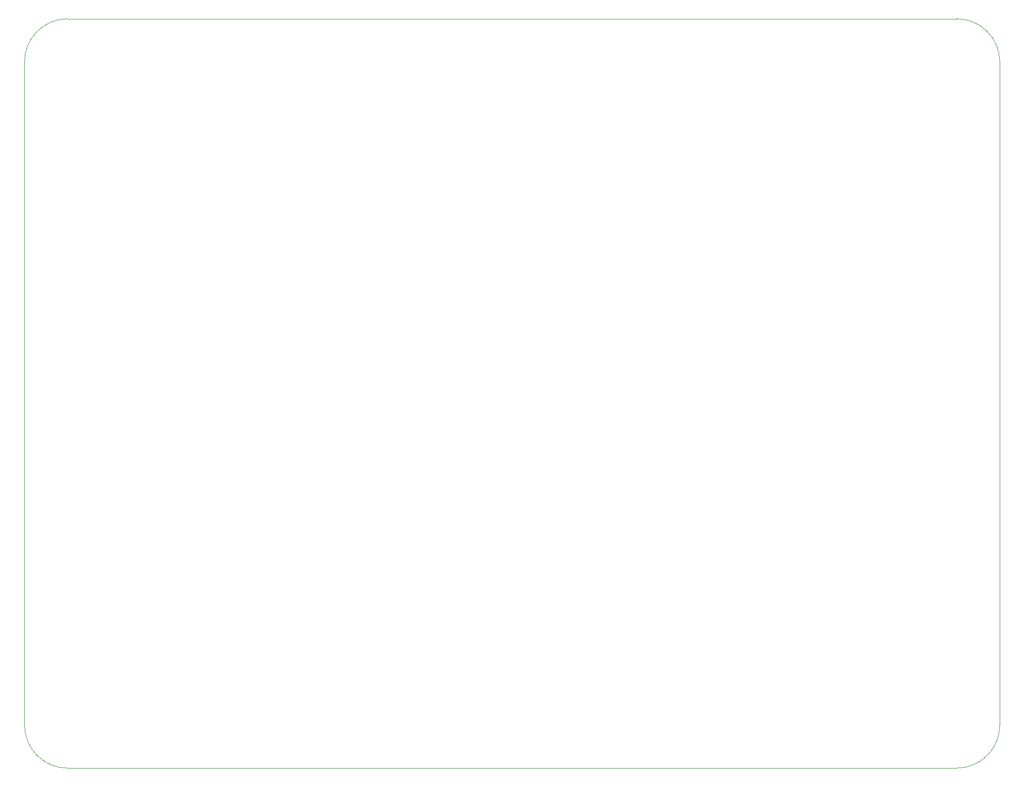
<source format=gbr>
%TF.GenerationSoftware,KiCad,Pcbnew,(5.1.12)-1*%
%TF.CreationDate,2022-02-06T21:24:49-08:00*%
%TF.ProjectId,DriverBoard,44726976-6572-4426-9f61-72642e6b6963,rev?*%
%TF.SameCoordinates,Original*%
%TF.FileFunction,Profile,NP*%
%FSLAX46Y46*%
G04 Gerber Fmt 4.6, Leading zero omitted, Abs format (unit mm)*
G04 Created by KiCad (PCBNEW (5.1.12)-1) date 2022-02-06 21:24:49*
%MOMM*%
%LPD*%
G01*
G04 APERTURE LIST*
%TA.AperFunction,Profile*%
%ADD10C,0.050000*%
%TD*%
G04 APERTURE END LIST*
D10*
X229900000Y-34400000D02*
G75*
G02*
X237400000Y-41900000I0J-7500000D01*
G01*
X237400000Y-157500000D02*
G75*
G02*
X229900000Y-165000000I-7500000J0D01*
G01*
X75000000Y-165000000D02*
G75*
G02*
X67500000Y-157500000I0J7500000D01*
G01*
X67500000Y-41900000D02*
G75*
G02*
X75000000Y-34400000I7500000J0D01*
G01*
X229900000Y-34400000D02*
X75000000Y-34400000D01*
X237400000Y-157500000D02*
X237400000Y-41900000D01*
X75000000Y-165000000D02*
X229900000Y-165000000D01*
X67500000Y-41900000D02*
X67500000Y-157500000D01*
M02*

</source>
